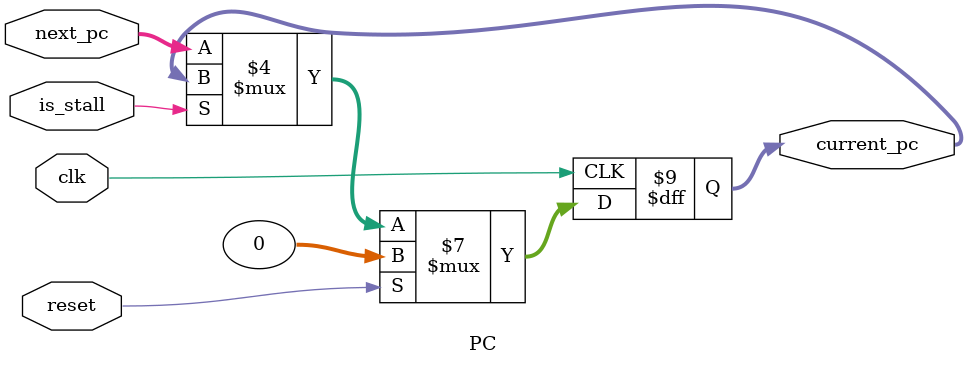
<source format=v>
module PC (
    input             reset,
    input             clk,
    input             is_stall,
    input      [31:0] next_pc,
    output reg [31:0] current_pc
);
  initial begin
    current_pc = 0;
  end

  always @(posedge clk) begin
    if (reset) current_pc <= 0;
    else if (!is_stall) current_pc <= next_pc;
    //On else, not change
  end
endmodule

</source>
